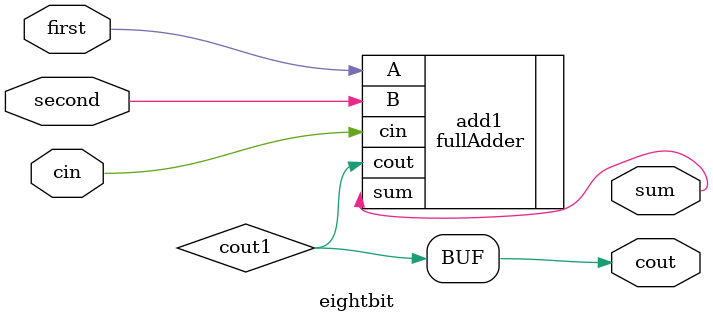
<source format=v>

`timescale 1ns/1ns

module eightbit( first, second, cin,  cout,  sum );

parameter n= 1;
input [n-1:0] first;
input [n-1:0]  second;
input cin;
output cout;
output [n-1:0]  sum;
genvar i;
wire [n-1:0] cout1;
  fullAdder add1(.A(first[0]),.B(second[0]),.cin(cin), .sum(sum[0]), .cout(cout1[0]));

generate
 
 
 for(i=1; i<n; i=i+1)
  begin
 
 fullAdder hh(.A(first[i]),.B(second[i]),.cin(cout1[i-1]), .sum(sum[i]), .cout(cout1[i]));
 end

 
endgenerate


assign cout= cout1[n-1];





endmodule
</source>
